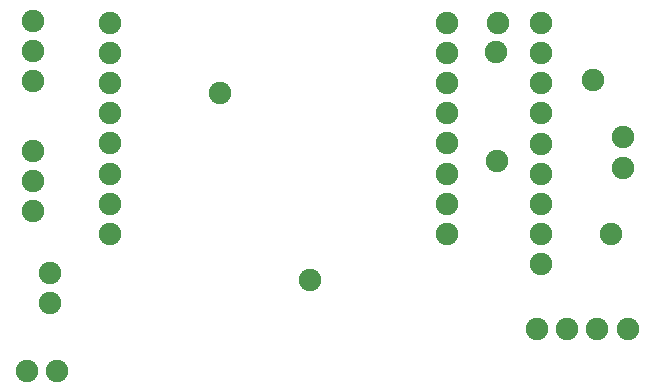
<source format=gbr>
G04 EAGLE Gerber X2 export*
%TF.Part,Single*%
%TF.FileFunction,Soldermask,Bot,1*%
%TF.FilePolarity,Negative*%
%TF.GenerationSoftware,Autodesk,EAGLE,8.6.0*%
%TF.CreationDate,2018-07-05T08:20:44Z*%
G75*
%MOMM*%
%FSLAX34Y34*%
%LPD*%
%AMOC8*
5,1,8,0,0,1.08239X$1,22.5*%
G01*
%ADD10C,1.903200*%


D10*
X14500Y103000D03*
X14500Y77500D03*
X14500Y52000D03*
X14500Y26500D03*
X14500Y1000D03*
X14500Y-24500D03*
X14500Y-50000D03*
X14500Y-75500D03*
X-270500Y103000D03*
X-270500Y77500D03*
X-270500Y52000D03*
X-270500Y26500D03*
X-270500Y1000D03*
X-270500Y-24500D03*
X-270500Y-50000D03*
X-270500Y-75500D03*
X94100Y-101100D03*
X94100Y-75600D03*
X94100Y-50100D03*
X94100Y-24600D03*
X94100Y900D03*
X94100Y26400D03*
X94100Y51900D03*
X94100Y77400D03*
X94100Y102900D03*
X-315400Y-192000D03*
X-340900Y-192000D03*
X164000Y6100D03*
X164000Y-19400D03*
X91250Y-156000D03*
X116750Y-156000D03*
X142250Y-156000D03*
X167750Y-156000D03*
X-321500Y-108400D03*
X-321500Y-133900D03*
X-336000Y-31000D03*
X-336000Y-5500D03*
X-336000Y-56500D03*
X-335500Y79500D03*
X-335500Y105000D03*
X-335500Y54000D03*
X-101000Y-115000D03*
X58000Y103000D03*
X57000Y-13500D03*
X56000Y78500D03*
X153500Y-75500D03*
X138500Y55000D03*
X-177000Y43500D03*
M02*

</source>
